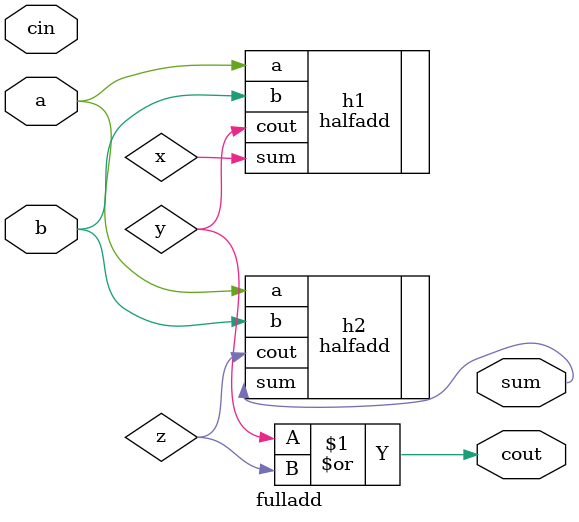
<source format=v>
`timescale 1ns / 1ps

module fulladd(
    input a,b,cin,
    output sum,cout
    );
    wire x,y,z;
    halfadd h1(.a(a),.b(b),.sum(x),.cout(y));
    halfadd h2(.a(a),.b(b),.sum(sum),.cout(z));
    assign cout= y|z;
    
endmodule

</source>
